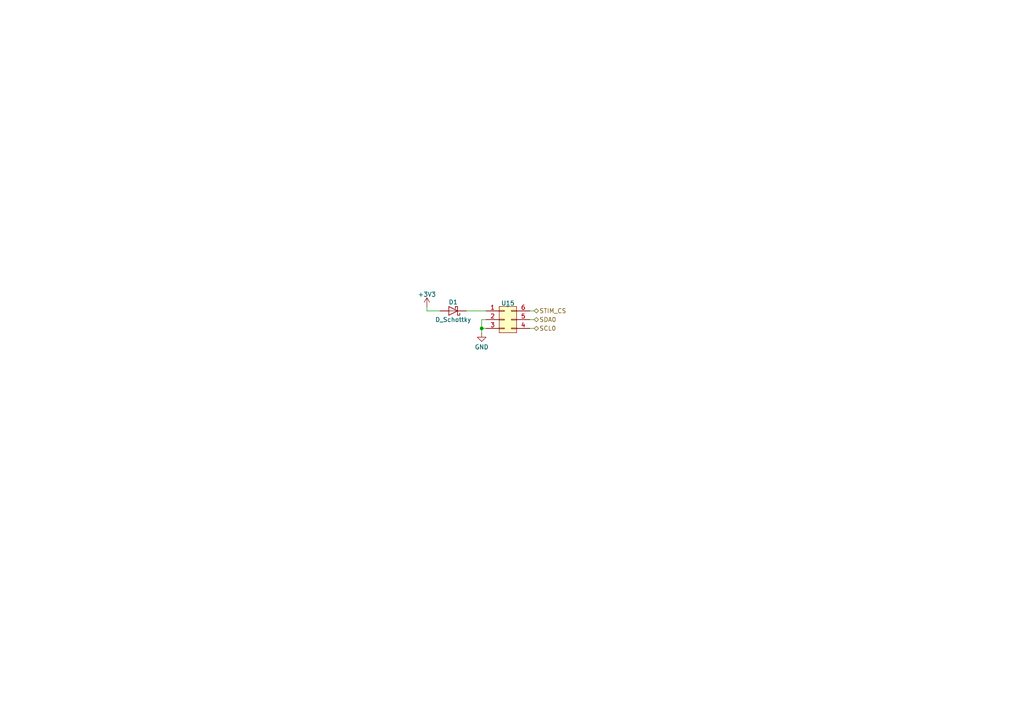
<source format=kicad_sch>
(kicad_sch (version 20230121) (generator eeschema)
  (paper "A4")
  (lib_symbols
    (symbol "0.power-symbols:+3.3V" (power) (pin_names (offset 0))
      (property "Value" "+3.3V" (at 0 3.556 0))
      (symbol "+3.3V_0_1"
        (polyline (pts (xy -0.762 1.27) (xy 0 2.54)))
        (polyline (pts (xy 0 0) (xy 0 2.54)))
        (polyline (pts (xy 0 2.54) (xy 0.762 1.27)))
      )
      (symbol "+3.3V_1_1"
        (pin power_in line (at 0 0 90) (length 0) hide (name "+3V3") (number "1"))
      )
    )
    (symbol "0.power-symbols:GND" (power) (pin_names (offset 0))
      (property "Value" "GND" (at 0 -3.81 0))
      (symbol "GND_0_1"
        (polyline (pts (xy 0 0) (xy 0 -1.27) (xy 1.27 -1.27) (xy 0 -2.54) (xy -1.27 -1.27) (xy 0 -1.27)))
      )
      (symbol "GND_1_1"
        (pin power_in line (at 0 0 270) (length 0) hide (name "GND") (number "1"))
      )
    )
    (symbol "1.semi.discrete:D_Schottky" (pin_numbers hide) (pin_names (offset 1.016) hide)
      (property "Reference" "D" (at 0 2.54 0))
      (property "Value" "D_Schottky" (at 0 -2.54 0))
      (symbol "D_Schottky_0_1"
        (polyline (pts (xy 1.27 0) (xy -1.27 0)))
        (polyline (pts (xy 1.27 1.27) (xy 1.27 -1.27) (xy -1.27 0) (xy 1.27 1.27)) (stroke (width 0.2032)))
        (polyline (pts (xy -1.905 0.635) (xy -1.905 1.27) (xy -1.27 1.27) (xy -1.27 -1.27) (xy -0.635 -1.27) (xy -0.635 -0.635)) (stroke (width 0.2032)))
      )
      (symbol "D_Schottky_1_1"
        (pin passive line (at -3.81 0 0) (length 2.54) (name "K") (number "1"))
        (pin passive line (at 3.81 0 180) (length 2.54) (name "A") (number "2"))
      )
    )
    (symbol "5.connector.interconnect:CONN_02X3"
      (property "Reference" "U" (at -2.54 1.27 0))
      (symbol "CONN_02X3_0_1"
        (rectangle (start -2.54 -6.223) (end -1.016 -6.477))
        (rectangle (start -2.54 -3.683) (end -1.016 -3.937))
        (rectangle (start -2.54 -1.143) (end -1.016 -1.397))
        (rectangle (start 2.54 -6.477) (end 1.016 -6.223))
        (rectangle (start 2.54 -3.937) (end 1.016 -3.683))
        (rectangle (start 2.54 -1.397) (end 1.016 -1.143))
      )
      (symbol "CONN_02X3_1_1"
        (rectangle (start -2.54 0) (end 2.54 -7.62) (fill (type background)))
        (pin passive line (at -6.35 -1.27 0) (length 3.81) (name "") (number "1"))
        (pin passive line (at -6.35 -3.81 0) (length 3.81) (name "") (number "2"))
        (pin passive line (at -6.35 -6.35 0) (length 3.81) (name "") (number "3"))
        (pin passive line (at 6.35 -6.35 180) (length 3.81) (name "") (number "4"))
        (pin passive line (at 6.35 -3.81 180) (length 3.81) (name "") (number "5"))
        (pin passive line (at 6.35 -1.27 180) (length 3.81) (name "") (number "6"))
      )
    )
  )
  (junction (at 139.7 95.25))
  (wire (pts (xy 123.825 90.17) (xy 127.635 90.17)))
  (wire (pts (xy 123.825 88.9) (xy 123.825 90.17)))
  (wire (pts (xy 153.67 92.71) (xy 154.94 92.71)))
  (wire (pts (xy 139.7 92.71) (xy 139.7 95.25)))
  (wire (pts (xy 153.67 95.25) (xy 154.94 95.25)))
  (wire (pts (xy 153.67 90.17) (xy 154.94 90.17)))
  (wire (pts (xy 135.255 90.17) (xy 140.97 90.17)))
  (wire (pts (xy 140.97 92.71) (xy 139.7 92.71)))
  (wire (pts (xy 139.7 95.25) (xy 140.97 95.25)))
  (wire (pts (xy 139.7 95.25) (xy 139.7 96.52)))
  (hierarchical_label "SCL0" (shape bidirectional) (at 154.94 95.25 0))
  (hierarchical_label "STIM_CS" (shape bidirectional) (at 154.94 90.17 0))
  (hierarchical_label "SDA0" (shape bidirectional) (at 154.94 92.71 0))
  (symbol (lib_id "1.semi.discrete:D_Schottky") (at 131.445 90.17 180) (unit 1)
    (property "Reference" "D1" (at 131.445 87.63 0))
    (property "Value" "D_Schottky" (at 131.445 92.71 0))
    (property "Footprint" "1_Semi_Discrete_Diodes_SMD:D_SOD-123F" (effects hide))
    (property "Part" "PMEG1030EH" (effects hide))
    (instances (project "1.0" (path "" (reference "D1") (unit 1))) (project "eOPRA_interface" (path "" (reference "D1") (unit 1)) (path "" (reference "D4") (unit 1)) (path "" (reference "D6") (unit 1))))
  )
  (symbol (lib_id "0.power-symbols:GND") (at 139.7 96.52 0) (unit 1)
    (property "Reference" "#PWR043" (effects hide))
    (property "Value" "GND" (at 139.7 100.6555 0))
  )
  (symbol (lib_id "0.power-symbols:+3.3V") (at 123.825 88.9 0) (unit 1)
    (property "Reference" "#PWR031" (effects hide))
    (property "Value" "+3.3V" (at 123.825 85.3981 0))
  )
  (symbol (lib_id "5.connector.interconnect:CONN_02X3") (at 147.32 88.9 0) (unit 1)
    (property "Reference" "U15" (at 147.32 87.9381 0))
    (property "Value" "~" (at 147.32 88.9 0))
  )
)
</source>
